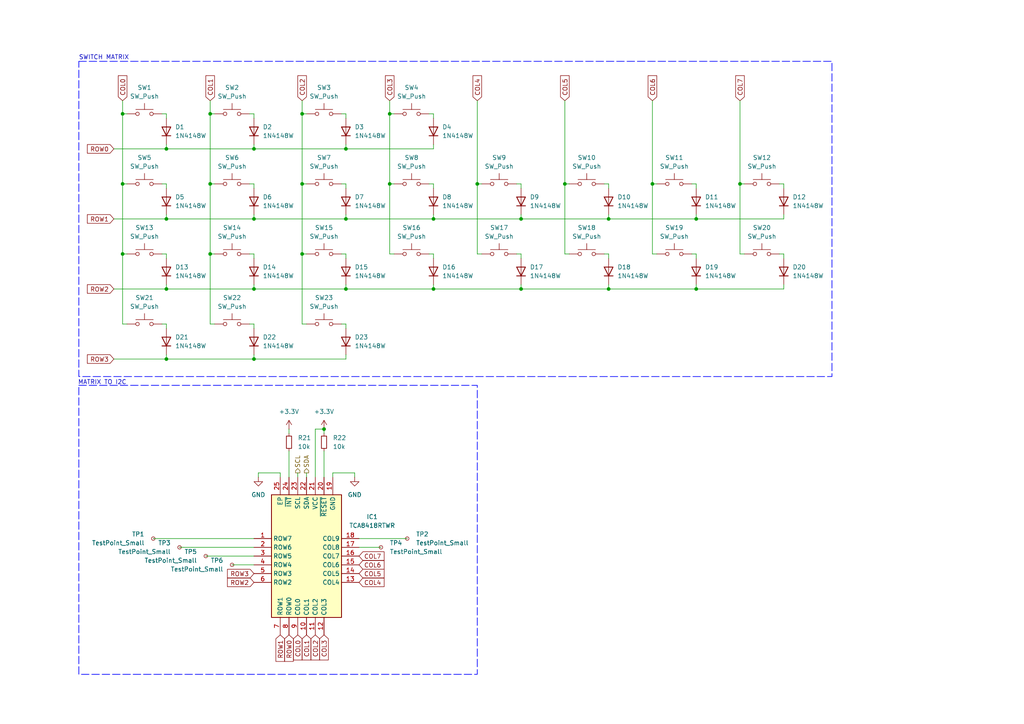
<source format=kicad_sch>
(kicad_sch (version 20231120) (generator "eeschema") (generator_version "8.0")
  (paper "A4")
  (lib_symbols
    (symbol "Connector:TestPoint_Small" (pin_numbers hide) (pin_names (offset 0.762) hide)
      (property "Reference" "TP" (at 0 3.81 0))
      (property "Value" "TestPoint_Small" (at 0 2.032 0))
      (symbol "TestPoint_Small_0_1"
        (circle (center 0 0) (radius 0.508))
      )
      (symbol "TestPoint_Small_1_1"
        (pin passive line (at 0 0 90) (length 0) (name "1") (number "1"))
      )
    )
    (symbol "Device:R_Small" (pin_numbers hide) (pin_names (offset 0.254) hide)
      (property "Reference" "R" (at 0.762 0.508 0))
      (property "Value" "R_Small" (at 0.762 -1.016 0))
      (symbol "R_Small_0_1"
        (rectangle (start -0.762 1.778) (end 0.762 -1.778) (stroke (width 0.2032)))
      )
      (symbol "R_Small_1_1"
        (pin passive line (at 0 2.54 270) (length 0.762) (name "~") (number "1"))
        (pin passive line (at 0 -2.54 90) (length 0.762) (name "~") (number "2"))
      )
    )
    (symbol "Diode:1N4148W" (pin_numbers hide) (pin_names hide)
      (property "Reference" "D" (at 0 2.54 0))
      (property "Value" "1N4148W" (at 0 -2.54 0))
      (symbol "1N4148W_0_1"
        (polyline (pts (xy -1.27 1.27) (xy -1.27 -1.27)) (stroke (width 0.254)))
        (polyline (pts (xy 1.27 0) (xy -1.27 0)))
        (polyline (pts (xy 1.27 1.27) (xy 1.27 -1.27) (xy -1.27 0) (xy 1.27 1.27)) (stroke (width 0.254)))
      )
      (symbol "1N4148W_1_1"
        (pin passive line (at -3.81 0 0) (length 2.54) (name "K") (number "1"))
        (pin passive line (at 3.81 0 180) (length 2.54) (name "A") (number "2"))
      )
    )
    (symbol "Switch:SW_Push" (pin_numbers hide) (pin_names (offset 1.016) hide)
      (property "Reference" "SW" (at 1.27 2.54 0))
      (property "Value" "SW_Push" (at 0 -1.524 0))
      (symbol "SW_Push_0_1"
        (circle (center -2.032 0) (radius 0.508))
        (polyline (pts (xy 0 1.27) (xy 0 3.048)))
        (polyline (pts (xy 2.54 1.27) (xy -2.54 1.27)))
        (circle (center 2.032 0) (radius 0.508))
        (pin passive line (at -5.08 0 0) (length 2.54) (name "1") (number "1"))
        (pin passive line (at 5.08 0 180) (length 2.54) (name "2") (number "2"))
      )
    )
    (symbol "TCA8418RTWR:TCA8418RTWR"
      (property "Reference" "IC" (at 26.67 17.78 0))
      (property "Value" "TCA8418RTWR" (at 26.67 15.24 0))
      (symbol "TCA8418RTWR_1_1"
        (rectangle (start 5.08 12.7) (end 25.4 -22.86) (stroke (width 0.254)) (fill (type background)))
        (pin passive line (at 0 0 0) (length 5.08) (name "ROW7") (number "1"))
        (pin passive line (at 15.24 -27.94 90) (length 5.08) (name "COL1") (number "10"))
        (pin passive line (at 17.78 -27.94 90) (length 5.08) (name "COL2") (number "11"))
        (pin passive line (at 20.32 -27.94 90) (length 5.08) (name "COL3") (number "12"))
        (pin passive line (at 30.48 -12.7 180) (length 5.08) (name "COL4") (number "13"))
        (pin passive line (at 30.48 -10.16 180) (length 5.08) (name "COL5") (number "14"))
        (pin passive line (at 30.48 -7.62 180) (length 5.08) (name "COL6") (number "15"))
        (pin passive line (at 30.48 -5.08 180) (length 5.08) (name "COL7") (number "16"))
        (pin passive line (at 30.48 -2.54 180) (length 5.08) (name "COL8") (number "17"))
        (pin passive line (at 30.48 0 180) (length 5.08) (name "COL9") (number "18"))
        (pin passive line (at 22.86 17.78 270) (length 5.08) (name "GND") (number "19"))
        (pin passive line (at 0 -2.54 0) (length 5.08) (name "ROW6") (number "2"))
        (pin passive line (at 20.32 17.78 270) (length 5.08) (name "~{RESET}") (number "20"))
        (pin passive line (at 17.78 17.78 270) (length 5.08) (name "VCC") (number "21"))
        (pin passive line (at 15.24 17.78 270) (length 5.08) (name "SDA") (number "22"))
        (pin passive line (at 12.7 17.78 270) (length 5.08) (name "SCL") (number "23"))
        (pin passive line (at 10.16 17.78 270) (length 5.08) (name "~{INT}") (number "24"))
        (pin passive line (at 7.62 17.78 270) (length 5.08) (name "EP") (number "25"))
        (pin passive line (at 0 -5.08 0) (length 5.08) (name "ROW5") (number "3"))
        (pin passive line (at 0 -7.62 0) (length 5.08) (name "ROW4") (number "4"))
        (pin passive line (at 0 -10.16 0) (length 5.08) (name "ROW3") (number "5"))
        (pin passive line (at 0 -12.7 0) (length 5.08) (name "ROW2") (number "6"))
        (pin passive line (at 7.62 -27.94 90) (length 5.08) (name "ROW1") (number "7"))
        (pin passive line (at 10.16 -27.94 90) (length 5.08) (name "ROW0") (number "8"))
        (pin passive line (at 12.7 -27.94 90) (length 5.08) (name "COL0") (number "9"))
      )
    )
    (symbol "power:+3.3V" (power) (pin_numbers hide) (pin_names (offset 0) hide)
      (property "Value" "+3.3V" (at 0 3.556 0))
      (symbol "+3.3V_0_1"
        (polyline (pts (xy -0.762 1.27) (xy 0 2.54)))
        (polyline (pts (xy 0 0) (xy 0 2.54)))
        (polyline (pts (xy 0 2.54) (xy 0.762 1.27)))
      )
      (symbol "+3.3V_1_1"
        (pin power_in line (at 0 0 90) (length 0) (name "~") (number "1"))
      )
    )
    (symbol "power:GND" (power) (pin_numbers hide) (pin_names (offset 0) hide)
      (property "Value" "GND" (at 0 -3.81 0))
      (symbol "GND_0_1"
        (polyline (pts (xy 0 0) (xy 0 -1.27) (xy 1.27 -1.27) (xy 0 -2.54) (xy -1.27 -1.27) (xy 0 -1.27)))
      )
      (symbol "GND_1_1"
        (pin power_in line (at 0 0 270) (length 0) (name "~") (number "1"))
      )
    )
  )
  (junction (at 73.66 63.5))
  (junction (at 100.33 63.5))
  (junction (at 60.96 73.66))
  (junction (at 48.26 63.5))
  (junction (at 60.96 53.34))
  (junction (at 214.63 53.34))
  (junction (at 113.03 53.34))
  (junction (at 87.63 73.66))
  (junction (at 201.93 63.5))
  (junction (at 100.33 83.82))
  (junction (at 48.26 43.18))
  (junction (at 201.93 83.82))
  (junction (at 35.56 33.02))
  (junction (at 189.23 53.34))
  (junction (at 73.66 104.14))
  (junction (at 35.56 53.34))
  (junction (at 125.73 63.5))
  (junction (at 35.56 73.66))
  (junction (at 163.83 53.34))
  (junction (at 138.43 53.34))
  (junction (at 151.13 83.82))
  (junction (at 125.73 83.82))
  (junction (at 48.26 83.82))
  (junction (at 73.66 43.18))
  (junction (at 176.53 83.82))
  (junction (at 100.33 43.18))
  (junction (at 87.63 53.34))
  (junction (at 48.26 104.14))
  (junction (at 113.03 33.02))
  (junction (at 151.13 63.5))
  (junction (at 73.66 83.82))
  (junction (at 176.53 63.5))
  (junction (at 87.63 33.02))
  (junction (at 60.96 33.02))
  (junction (at 93.98 124.46))
  (wire (pts (xy 48.26 73.66) (xy 48.26 74.93)))
  (wire (pts (xy 176.53 83.82) (xy 201.93 83.82)))
  (wire (pts (xy 151.13 53.34) (xy 151.13 54.61)))
  (wire (pts (xy 86.36 137.16) (xy 86.36 138.43)))
  (wire (pts (xy 74.93 137.16) (xy 81.28 137.16)))
  (wire (pts (xy 48.26 82.55) (xy 48.26 83.82)))
  (wire (pts (xy 48.26 63.5) (xy 73.66 63.5)))
  (wire (pts (xy 73.66 41.91) (xy 73.66 43.18)))
  (wire (pts (xy 100.33 63.5) (xy 125.73 63.5)))
  (wire (pts (xy 99.06 53.34) (xy 100.33 53.34)))
  (wire (pts (xy 93.98 124.46) (xy 93.98 125.73)))
  (wire (pts (xy 201.93 83.82) (xy 227.33 83.82)))
  (wire (pts (xy 149.86 53.34) (xy 151.13 53.34)))
  (wire (pts (xy 214.63 29.21) (xy 214.63 53.34)))
  (wire (pts (xy 214.63 73.66) (xy 215.9 73.66)))
  (wire (pts (xy 73.66 82.55) (xy 73.66 83.82)))
  (wire (pts (xy 104.14 158.75) (xy 110.49 158.75)))
  (wire (pts (xy 100.33 83.82) (xy 125.73 83.82)))
  (wire (pts (xy 33.02 83.82) (xy 48.26 83.82)))
  (wire (pts (xy 163.83 53.34) (xy 163.83 73.66)))
  (wire (pts (xy 227.33 53.34) (xy 227.33 54.61)))
  (wire (pts (xy 60.96 33.02) (xy 62.23 33.02)))
  (wire (pts (xy 175.26 73.66) (xy 176.53 73.66)))
  (wire (pts (xy 72.39 33.02) (xy 73.66 33.02)))
  (wire (pts (xy 67.31 163.83) (xy 73.66 163.83)))
  (wire (pts (xy 48.26 43.18) (xy 73.66 43.18)))
  (wire (pts (xy 73.66 102.87) (xy 73.66 104.14)))
  (wire (pts (xy 93.98 130.81) (xy 93.98 138.43)))
  (wire (pts (xy 100.33 93.98) (xy 100.33 95.25)))
  (wire (pts (xy 151.13 62.23) (xy 151.13 63.5)))
  (wire (pts (xy 48.26 83.82) (xy 73.66 83.82)))
  (wire (pts (xy 214.63 53.34) (xy 214.63 73.66)))
  (wire (pts (xy 151.13 63.5) (xy 176.53 63.5)))
  (wire (pts (xy 48.26 102.87) (xy 48.26 104.14)))
  (wire (pts (xy 201.93 82.55) (xy 201.93 83.82)))
  (wire (pts (xy 60.96 33.02) (xy 60.96 53.34)))
  (wire (pts (xy 214.63 53.34) (xy 215.9 53.34)))
  (wire (pts (xy 100.33 73.66) (xy 100.33 74.93)))
  (wire (pts (xy 201.93 63.5) (xy 227.33 63.5)))
  (wire (pts (xy 176.53 53.34) (xy 176.53 54.61)))
  (wire (pts (xy 33.02 43.18) (xy 48.26 43.18)))
  (wire (pts (xy 124.46 53.34) (xy 125.73 53.34)))
  (wire (pts (xy 83.82 130.81) (xy 83.82 138.43)))
  (wire (pts (xy 87.63 73.66) (xy 87.63 93.98)))
  (wire (pts (xy 163.83 29.21) (xy 163.83 53.34)))
  (wire (pts (xy 73.66 83.82) (xy 100.33 83.82)))
  (wire (pts (xy 60.96 73.66) (xy 60.96 93.98)))
  (wire (pts (xy 176.53 63.5) (xy 201.93 63.5)))
  (wire (pts (xy 33.02 104.14) (xy 48.26 104.14)))
  (wire (pts (xy 138.43 73.66) (xy 139.7 73.66)))
  (wire (pts (xy 60.96 93.98) (xy 62.23 93.98)))
  (wire (pts (xy 87.63 29.21) (xy 87.63 33.02)))
  (wire (pts (xy 59.69 161.29) (xy 73.66 161.29)))
  (wire (pts (xy 87.63 73.66) (xy 88.9 73.66)))
  (wire (pts (xy 176.53 62.23) (xy 176.53 63.5)))
  (wire (pts (xy 48.26 33.02) (xy 48.26 34.29)))
  (wire (pts (xy 100.33 82.55) (xy 100.33 83.82)))
  (wire (pts (xy 163.83 73.66) (xy 165.1 73.66)))
  (wire (pts (xy 138.43 53.34) (xy 138.43 73.66)))
  (wire (pts (xy 73.66 93.98) (xy 73.66 95.25)))
  (wire (pts (xy 60.96 53.34) (xy 62.23 53.34)))
  (wire (pts (xy 102.87 137.16) (xy 102.87 138.43)))
  (wire (pts (xy 189.23 73.66) (xy 190.5 73.66)))
  (wire (pts (xy 48.26 62.23) (xy 48.26 63.5)))
  (wire (pts (xy 33.02 63.5) (xy 48.26 63.5)))
  (wire (pts (xy 176.53 73.66) (xy 176.53 74.93)))
  (wire (pts (xy 48.26 93.98) (xy 48.26 95.25)))
  (wire (pts (xy 73.66 73.66) (xy 73.66 74.93)))
  (wire (pts (xy 73.66 33.02) (xy 73.66 34.29)))
  (wire (pts (xy 35.56 29.21) (xy 35.56 33.02)))
  (wire (pts (xy 72.39 53.34) (xy 73.66 53.34)))
  (wire (pts (xy 151.13 82.55) (xy 151.13 83.82)))
  (wire (pts (xy 73.66 62.23) (xy 73.66 63.5)))
  (wire (pts (xy 189.23 53.34) (xy 189.23 73.66)))
  (wire (pts (xy 100.33 33.02) (xy 100.33 34.29)))
  (wire (pts (xy 189.23 53.34) (xy 190.5 53.34)))
  (wire (pts (xy 201.93 73.66) (xy 201.93 74.93)))
  (wire (pts (xy 149.86 73.66) (xy 151.13 73.66)))
  (wire (pts (xy 201.93 62.23) (xy 201.93 63.5)))
  (wire (pts (xy 125.73 62.23) (xy 125.73 63.5)))
  (wire (pts (xy 46.99 53.34) (xy 48.26 53.34)))
  (wire (pts (xy 96.52 137.16) (xy 102.87 137.16)))
  (wire (pts (xy 125.73 33.02) (xy 125.73 34.29)))
  (wire (pts (xy 100.33 43.18) (xy 125.73 43.18)))
  (wire (pts (xy 100.33 53.34) (xy 100.33 54.61)))
  (wire (pts (xy 88.9 137.16) (xy 88.9 138.43)))
  (wire (pts (xy 138.43 53.34) (xy 139.7 53.34)))
  (wire (pts (xy 113.03 53.34) (xy 114.3 53.34)))
  (wire (pts (xy 35.56 73.66) (xy 35.56 93.98)))
  (wire (pts (xy 48.26 53.34) (xy 48.26 54.61)))
  (wire (pts (xy 176.53 82.55) (xy 176.53 83.82)))
  (wire (pts (xy 125.73 63.5) (xy 151.13 63.5)))
  (wire (pts (xy 113.03 33.02) (xy 114.3 33.02)))
  (wire (pts (xy 73.66 104.14) (xy 100.33 104.14)))
  (wire (pts (xy 46.99 93.98) (xy 48.26 93.98)))
  (wire (pts (xy 125.73 43.18) (xy 125.73 41.91)))
  (wire (pts (xy 125.73 73.66) (xy 125.73 74.93)))
  (wire (pts (xy 138.43 29.21) (xy 138.43 53.34)))
  (wire (pts (xy 125.73 53.34) (xy 125.73 54.61)))
  (wire (pts (xy 87.63 33.02) (xy 88.9 33.02)))
  (wire (pts (xy 200.66 53.34) (xy 201.93 53.34)))
  (wire (pts (xy 35.56 33.02) (xy 36.83 33.02)))
  (wire (pts (xy 91.44 124.46) (xy 93.98 124.46)))
  (wire (pts (xy 227.33 83.82) (xy 227.33 82.55)))
  (wire (pts (xy 175.26 53.34) (xy 176.53 53.34)))
  (wire (pts (xy 151.13 83.82) (xy 176.53 83.82)))
  (wire (pts (xy 91.44 138.43) (xy 91.44 124.46)))
  (wire (pts (xy 44.45 156.21) (xy 73.66 156.21)))
  (wire (pts (xy 87.63 93.98) (xy 88.9 93.98)))
  (wire (pts (xy 96.52 138.43) (xy 96.52 137.16)))
  (wire (pts (xy 87.63 33.02) (xy 87.63 53.34)))
  (wire (pts (xy 87.63 53.34) (xy 87.63 73.66)))
  (wire (pts (xy 72.39 93.98) (xy 73.66 93.98)))
  (wire (pts (xy 189.23 29.21) (xy 189.23 53.34)))
  (wire (pts (xy 99.06 93.98) (xy 100.33 93.98)))
  (wire (pts (xy 72.39 73.66) (xy 73.66 73.66)))
  (wire (pts (xy 35.56 53.34) (xy 36.83 53.34)))
  (wire (pts (xy 73.66 53.34) (xy 73.66 54.61)))
  (wire (pts (xy 151.13 73.66) (xy 151.13 74.93)))
  (wire (pts (xy 227.33 63.5) (xy 227.33 62.23)))
  (wire (pts (xy 52.07 158.75) (xy 73.66 158.75)))
  (wire (pts (xy 83.82 124.46) (xy 83.82 125.73)))
  (wire (pts (xy 46.99 73.66) (xy 48.26 73.66)))
  (wire (pts (xy 60.96 73.66) (xy 62.23 73.66)))
  (wire (pts (xy 100.33 62.23) (xy 100.33 63.5)))
  (wire (pts (xy 60.96 29.21) (xy 60.96 33.02)))
  (wire (pts (xy 124.46 33.02) (xy 125.73 33.02)))
  (wire (pts (xy 35.56 93.98) (xy 36.83 93.98)))
  (wire (pts (xy 200.66 73.66) (xy 201.93 73.66)))
  (wire (pts (xy 201.93 53.34) (xy 201.93 54.61)))
  (wire (pts (xy 46.99 33.02) (xy 48.26 33.02)))
  (wire (pts (xy 35.56 33.02) (xy 35.56 53.34)))
  (wire (pts (xy 35.56 53.34) (xy 35.56 73.66)))
  (wire (pts (xy 163.83 53.34) (xy 165.1 53.34)))
  (wire (pts (xy 73.66 63.5) (xy 100.33 63.5)))
  (wire (pts (xy 73.66 43.18) (xy 100.33 43.18)))
  (wire (pts (xy 99.06 33.02) (xy 100.33 33.02)))
  (wire (pts (xy 81.28 137.16) (xy 81.28 138.43)))
  (wire (pts (xy 48.26 104.14) (xy 73.66 104.14)))
  (wire (pts (xy 48.26 41.91) (xy 48.26 43.18)))
  (wire (pts (xy 74.93 138.43) (xy 74.93 137.16)))
  (wire (pts (xy 227.33 73.66) (xy 227.33 74.93)))
  (wire (pts (xy 113.03 33.02) (xy 113.03 53.34)))
  (wire (pts (xy 125.73 82.55) (xy 125.73 83.82)))
  (wire (pts (xy 99.06 73.66) (xy 100.33 73.66)))
  (wire (pts (xy 60.96 53.34) (xy 60.96 73.66)))
  (wire (pts (xy 87.63 53.34) (xy 88.9 53.34)))
  (wire (pts (xy 113.03 73.66) (xy 114.3 73.66)))
  (wire (pts (xy 104.14 156.21) (xy 118.11 156.21)))
  (wire (pts (xy 125.73 83.82) (xy 151.13 83.82)))
  (wire (pts (xy 124.46 73.66) (xy 125.73 73.66)))
  (wire (pts (xy 226.06 53.34) (xy 227.33 53.34)))
  (wire (pts (xy 113.03 29.21) (xy 113.03 33.02)))
  (wire (pts (xy 113.03 53.34) (xy 113.03 73.66)))
  (wire (pts (xy 35.56 73.66) (xy 36.83 73.66)))
  (wire (pts (xy 100.33 41.91) (xy 100.33 43.18)))
  (wire (pts (xy 100.33 102.87) (xy 100.33 104.14)))
  (wire (pts (xy 226.06 73.66) (xy 227.33 73.66)))
  (rectangle (start 22.86 17.78) (end 241.3 109.22) (stroke (width 0.2) (type dash) (color 0 0 255 1)))
  (rectangle (start 22.86 111.76) (end 138.43 195.58) (stroke (width 0.2) (type dash) (color 0 0 255 1)))
  (text "SWITCH MATRIX" (at 22.86 16.764 0) (effects (font (size 1.27 1.27)) (justify left)))
  (text "MATRIX TO I2C" (at 22.606 110.998 0) (effects (font (size 1.27 1.27)) (justify left)))
  (global_label "COL1" (shape input) (at 60.96 29.21 90) (property "Intersheetrefs" "${INTERSHEET_REFS}" (effects (hide yes))))
  (global_label "ROW2" (shape input) (at 33.02 83.82 180) (property "Intersheetrefs" "${INTERSHEET_REFS}" (effects (hide yes))))
  (global_label "COL6" (shape input) (at 189.23 29.21 90) (property "Intersheetrefs" "${INTERSHEET_REFS}" (effects (hide yes))))
  (global_label "ROW3" (shape input) (at 73.66 166.37 180) (property "Intersheetrefs" "${INTERSHEET_REFS}" (effects (hide yes))))
  (global_label "ROW0" (shape input) (at 33.02 43.18 180) (property "Intersheetrefs" "${INTERSHEET_REFS}" (effects (hide yes))))
  (global_label "COL4" (shape input) (at 104.14 168.91 0) (property "Intersheetrefs" "${INTERSHEET_REFS}" (effects (hide yes))))
  (global_label "COL0" (shape input) (at 86.36 184.15 270) (property "Intersheetrefs" "${INTERSHEET_REFS}" (effects (hide yes))))
  (global_label "ROW0" (shape input) (at 83.82 184.15 270) (property "Intersheetrefs" "${INTERSHEET_REFS}" (effects (hide yes))))
  (global_label "COL5" (shape input) (at 104.14 166.37 0) (property "Intersheetrefs" "${INTERSHEET_REFS}" (effects (hide yes))))
  (global_label "COL5" (shape input) (at 163.83 29.21 90) (property "Intersheetrefs" "${INTERSHEET_REFS}" (effects (hide yes))))
  (global_label "COL3" (shape input) (at 113.03 29.21 90) (property "Intersheetrefs" "${INTERSHEET_REFS}" (effects (hide yes))))
  (global_label "ROW3" (shape input) (at 33.02 104.14 180) (property "Intersheetrefs" "${INTERSHEET_REFS}" (effects (hide yes))))
  (global_label "COL4" (shape input) (at 138.43 29.21 90) (property "Intersheetrefs" "${INTERSHEET_REFS}" (effects (hide yes))))
  (global_label "COL7" (shape input) (at 104.14 161.29 0) (property "Intersheetrefs" "${INTERSHEET_REFS}" (effects (hide yes))))
  (global_label "ROW1" (shape input) (at 81.28 184.15 270) (property "Intersheetrefs" "${INTERSHEET_REFS}" (effects (hide yes))))
  (global_label "COL1" (shape input) (at 88.9 184.15 270) (property "Intersheetrefs" "${INTERSHEET_REFS}" (effects (hide yes))))
  (global_label "COL2" (shape input) (at 87.63 29.21 90) (property "Intersheetrefs" "${INTERSHEET_REFS}" (effects (hide yes))))
  (global_label "COL2" (shape input) (at 91.44 184.15 270) (property "Intersheetrefs" "${INTERSHEET_REFS}" (effects (hide yes))))
  (global_label "COL0" (shape input) (at 35.56 29.21 90) (property "Intersheetrefs" "${INTERSHEET_REFS}" (effects (hide yes))))
  (global_label "ROW1" (shape input) (at 33.02 63.5 180) (property "Intersheetrefs" "${INTERSHEET_REFS}" (effects (hide yes))))
  (global_label "ROW2" (shape input) (at 73.66 168.91 180) (property "Intersheetrefs" "${INTERSHEET_REFS}" (effects (hide yes))))
  (global_label "COL6" (shape input) (at 104.14 163.83 0) (property "Intersheetrefs" "${INTERSHEET_REFS}" (effects (hide yes))))
  (global_label "COL3" (shape input) (at 93.98 184.15 270) (property "Intersheetrefs" "${INTERSHEET_REFS}" (effects (hide yes))))
  (global_label "COL7" (shape input) (at 214.63 29.21 90) (property "Intersheetrefs" "${INTERSHEET_REFS}" (effects (hide yes))))
  (hierarchical_label "SCL" (shape output) (at 86.36 137.16 90))
  (hierarchical_label "SDA" (shape output) (at 88.9 137.16 90))
  (symbol (lib_id "Switch:SW_Push") (at 41.91 93.98 0) (unit 1)
    (property "Reference" "SW21" (at 41.91 86.36 0))
    (property "Value" "SW_Push" (at 41.91 88.9 0))
    (property "Footprint" "PCM_Switch_Keyboard_Cherry_MX:SW_Cherry_MX_PCB_2.00u" (effects (hide yes)))
    (property "Description" "Push button switch, generic, two pins" (effects (hide yes)))
  )
  (symbol (lib_id "Diode:1N4148W") (at 100.33 78.74 90) (unit 1)
    (property "Reference" "D15" (at 102.87 77.4699 90) (effects (justify right)))
    (property "Value" "1N4148W" (at 102.87 80.0099 90) (effects (justify right)))
    (property "Footprint" "Diode_SMD:D_SOD-323_HandSoldering" (effects (hide yes)))
    (property "Datasheet" "https://www.vishay.com/docs/85748/1n4148w.pdf" (effects (hide yes)))
    (property "Description" "75V 0.15A Fast Switching Diode, SOD-123" (effects (hide yes)))
    (property "Sim.Device" "D" (effects (hide yes)))
    (property "Sim.Pins" "1=K 2=A" (effects (hide yes)))
  )
  (symbol (lib_id "Diode:1N4148W") (at 73.66 78.74 90) (unit 1)
    (property "Reference" "D14" (at 76.2 77.4699 90) (effects (justify right)))
    (property "Value" "1N4148W" (at 76.2 80.0099 90) (effects (justify right)))
    (property "Footprint" "Diode_SMD:D_SOD-323_HandSoldering" (effects (hide yes)))
    (property "Datasheet" "https://www.vishay.com/docs/85748/1n4148w.pdf" (effects (hide yes)))
    (property "Description" "75V 0.15A Fast Switching Diode, SOD-123" (effects (hide yes)))
    (property "Sim.Device" "D" (effects (hide yes)))
    (property "Sim.Pins" "1=K 2=A" (effects (hide yes)))
  )
  (symbol (lib_id "Switch:SW_Push") (at 119.38 73.66 0) (unit 1)
    (property "Reference" "SW16" (at 119.38 66.04 0))
    (property "Value" "SW_Push" (at 119.38 68.58 0))
    (property "Footprint" "PCM_Switch_Keyboard_Cherry_MX:SW_Cherry_MX_PCB_1.00u" (effects (hide yes)))
    (property "Description" "Push button switch, generic, two pins" (effects (hide yes)))
  )
  (symbol (lib_id "Switch:SW_Push") (at 41.91 33.02 0) (unit 1)
    (property "Reference" "SW1" (at 41.91 25.4 0))
    (property "Value" "SW_Push" (at 41.91 27.94 0))
    (property "Footprint" "PCM_Switch_Keyboard_Cherry_MX:SW_Cherry_MX_PCB_1.00u" (effects (hide yes)))
    (property "Description" "Push button switch, generic, two pins" (effects (hide yes)))
  )
  (symbol (lib_id "Switch:SW_Push") (at 41.91 53.34 0) (unit 1)
    (property "Reference" "SW5" (at 41.91 45.72 0))
    (property "Value" "SW_Push" (at 41.91 48.26 0))
    (property "Footprint" "PCM_Switch_Keyboard_Cherry_MX:SW_Cherry_MX_PCB_1.00u" (effects (hide yes)))
    (property "Description" "Push button switch, generic, two pins" (effects (hide yes)))
  )
  (symbol (lib_id "Switch:SW_Push") (at 220.98 73.66 0) (unit 1)
    (property "Reference" "SW20" (at 220.98 66.04 0))
    (property "Value" "SW_Push" (at 220.98 68.58 0))
    (property "Footprint" "PCM_Switch_Keyboard_Cherry_MX:SW_Cherry_MX_PCB_1.00u" (effects (hide yes)))
    (property "Description" "Push button switch, generic, two pins" (effects (hide yes)))
  )
  (symbol (lib_id "Diode:1N4148W") (at 201.93 78.74 90) (unit 1)
    (property "Reference" "D19" (at 204.47 77.4699 90) (effects (justify right)))
    (property "Value" "1N4148W" (at 204.47 80.0099 90) (effects (justify right)))
    (property "Footprint" "Diode_SMD:D_SOD-323_HandSoldering" (effects (hide yes)))
    (property "Datasheet" "https://www.vishay.com/docs/85748/1n4148w.pdf" (effects (hide yes)))
    (property "Description" "75V 0.15A Fast Switching Diode, SOD-123" (effects (hide yes)))
    (property "Sim.Device" "D" (effects (hide yes)))
    (property "Sim.Pins" "1=K 2=A" (effects (hide yes)))
  )
  (symbol (lib_id "Switch:SW_Push") (at 119.38 53.34 0) (unit 1)
    (property "Reference" "SW8" (at 119.38 45.72 0))
    (property "Value" "SW_Push" (at 119.38 48.26 0))
    (property "Footprint" "PCM_Switch_Keyboard_Cherry_MX:SW_Cherry_MX_PCB_1.00u" (effects (hide yes)))
    (property "Description" "Push button switch, generic, two pins" (effects (hide yes)))
  )
  (symbol (lib_id "Diode:1N4148W") (at 125.73 58.42 90) (unit 1)
    (property "Reference" "D8" (at 128.27 57.1499 90) (effects (justify right)))
    (property "Value" "1N4148W" (at 128.27 59.6899 90) (effects (justify right)))
    (property "Footprint" "Diode_SMD:D_SOD-323_HandSoldering" (effects (hide yes)))
    (property "Datasheet" "https://www.vishay.com/docs/85748/1n4148w.pdf" (effects (hide yes)))
    (property "Description" "75V 0.15A Fast Switching Diode, SOD-123" (effects (hide yes)))
    (property "Sim.Device" "D" (effects (hide yes)))
    (property "Sim.Pins" "1=K 2=A" (effects (hide yes)))
  )
  (symbol (lib_id "power:GND") (at 74.93 138.43 0) (unit 1)
    (property "Reference" "#PWR091" (effects (hide yes)))
    (property "Value" "GND" (at 74.93 143.51 0))
    (property "Description" "Power symbol creates a global label with name \"GND\" , ground" (effects (hide yes)))
  )
  (symbol (lib_id "power:+3.3V") (at 83.82 124.46 0) (unit 1)
    (property "Reference" "#PWR089" (effects (hide yes)))
    (property "Value" "+3.3V" (at 83.82 119.38 0))
    (property "Description" "Power symbol creates a global label with name \"+3.3V\"" (effects (hide yes)))
  )
  (symbol (lib_id "Diode:1N4148W") (at 48.26 38.1 90) (unit 1)
    (property "Reference" "D1" (at 50.8 36.8299 90) (effects (justify right)))
    (property "Value" "1N4148W" (at 50.8 39.3699 90) (effects (justify right)))
    (property "Footprint" "Diode_SMD:D_SOD-323_HandSoldering" (effects (hide yes)))
    (property "Datasheet" "https://www.vishay.com/docs/85748/1n4148w.pdf" (effects (hide yes)))
    (property "Description" "75V 0.15A Fast Switching Diode, SOD-123" (effects (hide yes)))
    (property "Sim.Device" "D" (effects (hide yes)))
    (property "Sim.Pins" "1=K 2=A" (effects (hide yes)))
  )
  (symbol (lib_id "Switch:SW_Push") (at 119.38 33.02 0) (unit 1)
    (property "Reference" "SW4" (at 119.38 25.4 0))
    (property "Value" "SW_Push" (at 119.38 27.94 0))
    (property "Footprint" "PCM_Switch_Keyboard_Cherry_MX:SW_Cherry_MX_PCB_1.00u" (effects (hide yes)))
    (property "Description" "Push button switch, generic, two pins" (effects (hide yes)))
  )
  (symbol (lib_id "Diode:1N4148W") (at 201.93 58.42 90) (unit 1)
    (property "Reference" "D11" (at 204.47 57.1499 90) (effects (justify right)))
    (property "Value" "1N4148W" (at 204.47 59.6899 90) (effects (justify right)))
    (property "Footprint" "Diode_SMD:D_SOD-323_HandSoldering" (effects (hide yes)))
    (property "Datasheet" "https://www.vishay.com/docs/85748/1n4148w.pdf" (effects (hide yes)))
    (property "Description" "75V 0.15A Fast Switching Diode, SOD-123" (effects (hide yes)))
    (property "Sim.Device" "D" (effects (hide yes)))
    (property "Sim.Pins" "1=K 2=A" (effects (hide yes)))
  )
  (symbol (lib_id "power:+3.3V") (at 93.98 124.46 0) (unit 1)
    (property "Reference" "#PWR090" (effects (hide yes)))
    (property "Value" "+3.3V" (at 93.98 119.38 0))
    (property "Description" "Power symbol creates a global label with name \"+3.3V\"" (effects (hide yes)))
  )
  (symbol (lib_id "Diode:1N4148W") (at 227.33 58.42 90) (unit 1)
    (property "Reference" "D12" (at 229.87 57.1499 90) (effects (justify right)))
    (property "Value" "1N4148W" (at 229.87 59.6899 90) (effects (justify right)))
    (property "Footprint" "Diode_SMD:D_SOD-323_HandSoldering" (effects (hide yes)))
    (property "Datasheet" "https://www.vishay.com/docs/85748/1n4148w.pdf" (effects (hide yes)))
    (property "Description" "75V 0.15A Fast Switching Diode, SOD-123" (effects (hide yes)))
    (property "Sim.Device" "D" (effects (hide yes)))
    (property "Sim.Pins" "1=K 2=A" (effects (hide yes)))
  )
  (symbol (lib_id "Switch:SW_Push") (at 67.31 33.02 0) (unit 1)
    (property "Reference" "SW2" (at 67.31 25.4 0))
    (property "Value" "SW_Push" (at 67.31 27.94 0))
    (property "Footprint" "PCM_Switch_Keyboard_Cherry_MX:SW_Cherry_MX_PCB_1.00u" (effects (hide yes)))
    (property "Description" "Push button switch, generic, two pins" (effects (hide yes)))
  )
  (symbol (lib_id "Switch:SW_Push") (at 93.98 33.02 0) (unit 1)
    (property "Reference" "SW3" (at 93.98 25.4 0))
    (property "Value" "SW_Push" (at 93.98 27.94 0))
    (property "Footprint" "PCM_Switch_Keyboard_Cherry_MX:SW_Cherry_MX_PCB_1.00u" (effects (hide yes)))
    (property "Description" "Push button switch, generic, two pins" (effects (hide yes)))
  )
  (symbol (lib_id "power:GND") (at 102.87 138.43 0) (unit 1)
    (property "Reference" "#PWR092" (effects (hide yes)))
    (property "Value" "GND" (at 102.87 143.51 0))
    (property "Description" "Power symbol creates a global label with name \"GND\" , ground" (effects (hide yes)))
  )
  (symbol (lib_id "Diode:1N4148W") (at 176.53 78.74 90) (unit 1)
    (property "Reference" "D18" (at 179.07 77.4699 90) (effects (justify right)))
    (property "Value" "1N4148W" (at 179.07 80.0099 90) (effects (justify right)))
    (property "Footprint" "Diode_SMD:D_SOD-323_HandSoldering" (effects (hide yes)))
    (property "Datasheet" "https://www.vishay.com/docs/85748/1n4148w.pdf" (effects (hide yes)))
    (property "Description" "75V 0.15A Fast Switching Diode, SOD-123" (effects (hide yes)))
    (property "Sim.Device" "D" (effects (hide yes)))
    (property "Sim.Pins" "1=K 2=A" (effects (hide yes)))
  )
  (symbol (lib_id "Switch:SW_Push") (at 67.31 73.66 0) (unit 1)
    (property "Reference" "SW14" (at 67.31 66.04 0))
    (property "Value" "SW_Push" (at 67.31 68.58 0))
    (property "Footprint" "PCM_Switch_Keyboard_Cherry_MX:SW_Cherry_MX_PCB_1.00u" (effects (hide yes)))
    (property "Description" "Push button switch, generic, two pins" (effects (hide yes)))
  )
  (symbol (lib_id "Diode:1N4148W") (at 100.33 38.1 90) (unit 1)
    (property "Reference" "D3" (at 102.87 36.8299 90) (effects (justify right)))
    (property "Value" "1N4148W" (at 102.87 39.3699 90) (effects (justify right)))
    (property "Footprint" "Diode_SMD:D_SOD-323_HandSoldering" (effects (hide yes)))
    (property "Datasheet" "https://www.vishay.com/docs/85748/1n4148w.pdf" (effects (hide yes)))
    (property "Description" "75V 0.15A Fast Switching Diode, SOD-123" (effects (hide yes)))
    (property "Sim.Device" "D" (effects (hide yes)))
    (property "Sim.Pins" "1=K 2=A" (effects (hide yes)))
  )
  (symbol (lib_id "Diode:1N4148W") (at 73.66 99.06 90) (unit 1)
    (property "Reference" "D22" (at 76.2 97.7899 90) (effects (justify right)))
    (property "Value" "1N4148W" (at 76.2 100.3299 90) (effects (justify right)))
    (property "Footprint" "Diode_SMD:D_SOD-323_HandSoldering" (effects (hide yes)))
    (property "Datasheet" "https://www.vishay.com/docs/85748/1n4148w.pdf" (effects (hide yes)))
    (property "Description" "75V 0.15A Fast Switching Diode, SOD-123" (effects (hide yes)))
    (property "Sim.Device" "D" (effects (hide yes)))
    (property "Sim.Pins" "1=K 2=A" (effects (hide yes)))
  )
  (symbol (lib_id "Connector:TestPoint_Small") (at 67.31 163.83 0) (mirror y) (unit 1)
    (property "Reference" "TP6" (at 64.77 162.5599 0) (effects (justify left)))
    (property "Value" "TestPoint_Small" (at 64.77 165.0999 0) (effects (justify left)))
    (property "Footprint" "TestPoint:TestPoint_Pad_D1.0mm" (effects (hide yes)))
    (property "Description" "test point" (effects (hide yes)))
  )
  (symbol (lib_id "Diode:1N4148W") (at 125.73 38.1 90) (unit 1)
    (property "Reference" "D4" (at 128.27 36.8299 90) (effects (justify right)))
    (property "Value" "1N4148W" (at 128.27 39.3699 90) (effects (justify right)))
    (property "Footprint" "Diode_SMD:D_SOD-323_HandSoldering" (effects (hide yes)))
    (property "Datasheet" "https://www.vishay.com/docs/85748/1n4148w.pdf" (effects (hide yes)))
    (property "Description" "75V 0.15A Fast Switching Diode, SOD-123" (effects (hide yes)))
    (property "Sim.Device" "D" (effects (hide yes)))
    (property "Sim.Pins" "1=K 2=A" (effects (hide yes)))
  )
  (symbol (lib_id "Diode:1N4148W") (at 125.73 78.74 90) (unit 1)
    (property "Reference" "D16" (at 128.27 77.4699 90) (effects (justify right)))
    (property "Value" "1N4148W" (at 128.27 80.0099 90) (effects (justify right)))
    (property "Footprint" "Diode_SMD:D_SOD-323_HandSoldering" (effects (hide yes)))
    (property "Datasheet" "https://www.vishay.com/docs/85748/1n4148w.pdf" (effects (hide yes)))
    (property "Description" "75V 0.15A Fast Switching Diode, SOD-123" (effects (hide yes)))
    (property "Sim.Device" "D" (effects (hide yes)))
    (property "Sim.Pins" "1=K 2=A" (effects (hide yes)))
  )
  (symbol (lib_id "Device:R_Small") (at 83.82 128.27 0) (unit 1)
    (property "Reference" "R21" (at 86.36 126.9999 0) (effects (justify left)))
    (property "Value" "10k" (at 86.36 129.5399 0) (effects (justify left)))
    (property "Footprint" "Resistor_SMD:R_0603_1608Metric_Pad0.98x0.95mm_HandSolder" (effects (hide yes)))
    (property "Description" "Resistor, small symbol" (effects (hide yes)))
  )
  (symbol (lib_id "Diode:1N4148W") (at 73.66 38.1 90) (unit 1)
    (property "Reference" "D2" (at 76.2 36.8299 90) (effects (justify right)))
    (property "Value" "1N4148W" (at 76.2 39.3699 90) (effects (justify right)))
    (property "Footprint" "Diode_SMD:D_SOD-323_HandSoldering" (effects (hide yes)))
    (property "Datasheet" "https://www.vishay.com/docs/85748/1n4148w.pdf" (effects (hide yes)))
    (property "Description" "75V 0.15A Fast Switching Diode, SOD-123" (effects (hide yes)))
    (property "Sim.Device" "D" (effects (hide yes)))
    (property "Sim.Pins" "1=K 2=A" (effects (hide yes)))
  )
  (symbol (lib_id "Diode:1N4148W") (at 73.66 58.42 90) (unit 1)
    (property "Reference" "D6" (at 76.2 57.1499 90) (effects (justify right)))
    (property "Value" "1N4148W" (at 76.2 59.6899 90) (effects (justify right)))
    (property "Footprint" "Diode_SMD:D_SOD-323_HandSoldering" (effects (hide yes)))
    (property "Datasheet" "https://www.vishay.com/docs/85748/1n4148w.pdf" (effects (hide yes)))
    (property "Description" "75V 0.15A Fast Switching Diode, SOD-123" (effects (hide yes)))
    (property "Sim.Device" "D" (effects (hide yes)))
    (property "Sim.Pins" "1=K 2=A" (effects (hide yes)))
  )
  (symbol (lib_id "Switch:SW_Push") (at 144.78 73.66 0) (unit 1)
    (property "Reference" "SW17" (at 144.78 66.04 0))
    (property "Value" "SW_Push" (at 144.78 68.58 0))
    (property "Footprint" "PCM_Switch_Keyboard_Cherry_MX:SW_Cherry_MX_PCB_1.00u" (effects (hide yes)))
    (property "Description" "Push button switch, generic, two pins" (effects (hide yes)))
  )
  (symbol (lib_id "Switch:SW_Push") (at 93.98 73.66 0) (unit 1)
    (property "Reference" "SW15" (at 93.98 66.04 0))
    (property "Value" "SW_Push" (at 93.98 68.58 0))
    (property "Footprint" "PCM_Switch_Keyboard_Cherry_MX:SW_Cherry_MX_PCB_1.00u" (effects (hide yes)))
    (property "Description" "Push button switch, generic, two pins" (effects (hide yes)))
  )
  (symbol (lib_id "Switch:SW_Push") (at 144.78 53.34 0) (unit 1)
    (property "Reference" "SW9" (at 144.78 45.72 0))
    (property "Value" "SW_Push" (at 144.78 48.26 0))
    (property "Footprint" "PCM_Switch_Keyboard_Cherry_MX:SW_Cherry_MX_PCB_1.00u" (effects (hide yes)))
    (property "Description" "Push button switch, generic, two pins" (effects (hide yes)))
  )
  (symbol (lib_id "Diode:1N4148W") (at 48.26 58.42 90) (unit 1)
    (property "Reference" "D5" (at 50.8 57.1499 90) (effects (justify right)))
    (property "Value" "1N4148W" (at 50.8 59.6899 90) (effects (justify right)))
    (property "Footprint" "Diode_SMD:D_SOD-323_HandSoldering" (effects (hide yes)))
    (property "Datasheet" "https://www.vishay.com/docs/85748/1n4148w.pdf" (effects (hide yes)))
    (property "Description" "75V 0.15A Fast Switching Diode, SOD-123" (effects (hide yes)))
    (property "Sim.Device" "D" (effects (hide yes)))
    (property "Sim.Pins" "1=K 2=A" (effects (hide yes)))
  )
  (symbol (lib_id "Switch:SW_Push") (at 220.98 53.34 0) (unit 1)
    (property "Reference" "SW12" (at 220.98 45.72 0))
    (property "Value" "SW_Push" (at 220.98 48.26 0))
    (property "Footprint" "PCM_Switch_Keyboard_Cherry_MX:SW_Cherry_MX_PCB_1.00u" (effects (hide yes)))
    (property "Description" "Push button switch, generic, two pins" (effects (hide yes)))
  )
  (symbol (lib_id "Switch:SW_Push") (at 93.98 93.98 0) (unit 1)
    (property "Reference" "SW23" (at 93.98 86.36 0))
    (property "Value" "SW_Push" (at 93.98 88.9 0))
    (property "Footprint" "PCM_Switch_Keyboard_Cherry_MX:SW_Cherry_MX_PCB_1.00u" (effects (hide yes)))
    (property "Description" "Push button switch, generic, two pins" (effects (hide yes)))
  )
  (symbol (lib_id "Connector:TestPoint_Small") (at 110.49 158.75 0) (unit 1)
    (property "Reference" "TP4" (at 113.03 157.4799 0) (effects (justify left)))
    (property "Value" "TestPoint_Small" (at 113.03 160.0199 0) (effects (justify left)))
    (property "Footprint" "TestPoint:TestPoint_Pad_D1.0mm" (effects (hide yes)))
    (property "Description" "test point" (effects (hide yes)))
  )
  (symbol (lib_id "Connector:TestPoint_Small") (at 59.69 161.29 0) (mirror y) (unit 1)
    (property "Reference" "TP5" (at 57.15 160.0199 0) (effects (justify left)))
    (property "Value" "TestPoint_Small" (at 57.15 162.5599 0) (effects (justify left)))
    (property "Footprint" "TestPoint:TestPoint_Pad_D1.0mm" (effects (hide yes)))
    (property "Description" "test point" (effects (hide yes)))
  )
  (symbol (lib_id "Switch:SW_Push") (at 195.58 73.66 0) (unit 1)
    (property "Reference" "SW19" (at 195.58 66.04 0))
    (property "Value" "SW_Push" (at 195.58 68.58 0))
    (property "Footprint" "PCM_Switch_Keyboard_Cherry_MX:SW_Cherry_MX_PCB_1.00u" (effects (hide yes)))
    (property "Description" "Push button switch, generic, two pins" (effects (hide yes)))
  )
  (symbol (lib_id "Diode:1N4148W") (at 100.33 58.42 90) (unit 1)
    (property "Reference" "D7" (at 102.87 57.1499 90) (effects (justify right)))
    (property "Value" "1N4148W" (at 102.87 59.6899 90) (effects (justify right)))
    (property "Footprint" "Diode_SMD:D_SOD-323_HandSoldering" (effects (hide yes)))
    (property "Datasheet" "https://www.vishay.com/docs/85748/1n4148w.pdf" (effects (hide yes)))
    (property "Description" "75V 0.15A Fast Switching Diode, SOD-123" (effects (hide yes)))
    (property "Sim.Device" "D" (effects (hide yes)))
    (property "Sim.Pins" "1=K 2=A" (effects (hide yes)))
  )
  (symbol (lib_id "Switch:SW_Push") (at 170.18 53.34 0) (unit 1)
    (property "Reference" "SW10" (at 170.18 45.72 0))
    (property "Value" "SW_Push" (at 170.18 48.26 0))
    (property "Footprint" "PCM_Switch_Keyboard_Cherry_MX:SW_Cherry_MX_PCB_1.00u" (effects (hide yes)))
    (property "Description" "Push button switch, generic, two pins" (effects (hide yes)))
  )
  (symbol (lib_id "Diode:1N4148W") (at 151.13 78.74 90) (unit 1)
    (property "Reference" "D17" (at 153.67 77.4699 90) (effects (justify right)))
    (property "Value" "1N4148W" (at 153.67 80.0099 90) (effects (justify right)))
    (property "Footprint" "Diode_SMD:D_SOD-323_HandSoldering" (effects (hide yes)))
    (property "Datasheet" "https://www.vishay.com/docs/85748/1n4148w.pdf" (effects (hide yes)))
    (property "Description" "75V 0.15A Fast Switching Diode, SOD-123" (effects (hide yes)))
    (property "Sim.Device" "D" (effects (hide yes)))
    (property "Sim.Pins" "1=K 2=A" (effects (hide yes)))
  )
  (symbol (lib_id "Diode:1N4148W") (at 48.26 99.06 90) (unit 1)
    (property "Reference" "D21" (at 50.8 97.7899 90) (effects (justify right)))
    (property "Value" "1N4148W" (at 50.8 100.3299 90) (effects (justify right)))
    (property "Footprint" "Diode_SMD:D_SOD-323_HandSoldering" (effects (hide yes)))
    (property "Datasheet" "https://www.vishay.com/docs/85748/1n4148w.pdf" (effects (hide yes)))
    (property "Description" "75V 0.15A Fast Switching Diode, SOD-123" (effects (hide yes)))
    (property "Sim.Device" "D" (effects (hide yes)))
    (property "Sim.Pins" "1=K 2=A" (effects (hide yes)))
  )
  (symbol (lib_id "Diode:1N4148W") (at 227.33 78.74 90) (unit 1)
    (property "Reference" "D20" (at 229.87 77.4699 90) (effects (justify right)))
    (property "Value" "1N4148W" (at 229.87 80.0099 90) (effects (justify right)))
    (property "Footprint" "Diode_SMD:D_SOD-323_HandSoldering" (effects (hide yes)))
    (property "Datasheet" "https://www.vishay.com/docs/85748/1n4148w.pdf" (effects (hide yes)))
    (property "Description" "75V 0.15A Fast Switching Diode, SOD-123" (effects (hide yes)))
    (property "Sim.Device" "D" (effects (hide yes)))
    (property "Sim.Pins" "1=K 2=A" (effects (hide yes)))
  )
  (symbol (lib_id "Diode:1N4148W") (at 151.13 58.42 90) (unit 1)
    (property "Reference" "D9" (at 153.67 57.1499 90) (effects (justify right)))
    (property "Value" "1N4148W" (at 153.67 59.6899 90) (effects (justify right)))
    (property "Footprint" "Diode_SMD:D_SOD-323_HandSoldering" (effects (hide yes)))
    (property "Datasheet" "https://www.vishay.com/docs/85748/1n4148w.pdf" (effects (hide yes)))
    (property "Description" "75V 0.15A Fast Switching Diode, SOD-123" (effects (hide yes)))
    (property "Sim.Device" "D" (effects (hide yes)))
    (property "Sim.Pins" "1=K 2=A" (effects (hide yes)))
  )
  (symbol (lib_id "Switch:SW_Push") (at 93.98 53.34 0) (unit 1)
    (property "Reference" "SW7" (at 93.98 45.72 0))
    (property "Value" "SW_Push" (at 93.98 48.26 0))
    (property "Footprint" "PCM_Switch_Keyboard_Cherry_MX:SW_Cherry_MX_PCB_1.00u" (effects (hide yes)))
    (property "Description" "Push button switch, generic, two pins" (effects (hide yes)))
  )
  (symbol (lib_id "TCA8418RTWR:TCA8418RTWR") (at 73.66 156.21 0) (unit 1)
    (property "Reference" "IC1" (at 107.95 149.8914 0))
    (property "Value" "TCA8418RTWR" (at 107.95 152.4314 0))
    (property "Footprint" "Package_DFN_QFN:QFN-24-1EP_4x4mm_P0.5mm_EP2.5x2.5mm" (effects (hide yes)))
    (property "Datasheet" "http://componentsearchengine.com/Datasheets/3/TCA8418RTWR.pdf" (effects (hide yes)))
    (property "Description" "I2C Controlled Keypad Scan IC With Integrated ESD Protection" (effects (hide yes)))
    (property "Height" "0.8" (effects (hide yes)))
    (property "Mouser Part Number" "595-TCA8418RTWR" (effects (hide yes)))
    (property "Mouser Price/Stock" "https://www.mouser.co.uk/ProductDetail/Texas-Instruments/TCA8418RTWR?qs=OaSNdy%2FNfznRf6fiHyMJcA%3D%3D" (effects (hide yes)))
    (property "Manufacturer_Name" "Texas Instruments" (effects (hide yes)))
    (property "Manufacturer_Part_Number" "TCA8418RTWR" (effects (hide yes)))
  )
  (symbol (lib_id "Connector:TestPoint_Small") (at 52.07 158.75 0) (mirror y) (unit 1)
    (property "Reference" "TP3" (at 49.53 157.4799 0) (effects (justify left)))
    (property "Value" "TestPoint_Small" (at 49.53 160.0199 0) (effects (justify left)))
    (property "Footprint" "TestPoint:TestPoint_Pad_D1.0mm" (effects (hide yes)))
    (property "Description" "test point" (effects (hide yes)))
  )
  (symbol (lib_id "Switch:SW_Push") (at 41.91 73.66 0) (unit 1)
    (property "Reference" "SW13" (at 41.91 66.04 0))
    (property "Value" "SW_Push" (at 41.91 68.58 0))
    (property "Footprint" "PCM_Switch_Keyboard_Cherry_MX:SW_Cherry_MX_PCB_1.00u" (effects (hide yes)))
    (property "Description" "Push button switch, generic, two pins" (effects (hide yes)))
  )
  (symbol (lib_id "Connector:TestPoint_Small") (at 118.11 156.21 0) (unit 1)
    (property "Reference" "TP2" (at 120.65 154.9399 0) (effects (justify left)))
    (property "Value" "TestPoint_Small" (at 120.65 157.4799 0) (effects (justify left)))
    (property "Footprint" "TestPoint:TestPoint_Pad_D1.0mm" (effects (hide yes)))
    (property "Description" "test point" (effects (hide yes)))
  )
  (symbol (lib_id "Switch:SW_Push") (at 195.58 53.34 0) (unit 1)
    (property "Reference" "SW11" (at 195.58 45.72 0))
    (property "Value" "SW_Push" (at 195.58 48.26 0))
    (property "Footprint" "PCM_Switch_Keyboard_Cherry_MX:SW_Cherry_MX_PCB_1.00u" (effects (hide yes)))
    (property "Description" "Push button switch, generic, two pins" (effects (hide yes)))
  )
  (symbol (lib_id "Device:R_Small") (at 93.98 128.27 0) (unit 1)
    (property "Reference" "R22" (at 96.52 126.9999 0) (effects (justify left)))
    (property "Value" "10k" (at 96.52 129.5399 0) (effects (justify left)))
    (property "Footprint" "Resistor_SMD:R_0603_1608Metric_Pad0.98x0.95mm_HandSolder" (effects (hide yes)))
    (property "Description" "Resistor, small symbol" (effects (hide yes)))
  )
  (symbol (lib_id "Switch:SW_Push") (at 170.18 73.66 0) (unit 1)
    (property "Reference" "SW18" (at 170.18 66.04 0))
    (property "Value" "SW_Push" (at 170.18 68.58 0))
    (property "Footprint" "PCM_Switch_Keyboard_Cherry_MX:SW_Cherry_MX_PCB_1.00u" (effects (hide yes)))
    (property "Description" "Push button switch, generic, two pins" (effects (hide yes)))
  )
  (symbol (lib_id "Switch:SW_Push") (at 67.31 93.98 0) (unit 1)
    (property "Reference" "SW22" (at 67.31 86.36 0))
    (property "Value" "SW_Push" (at 67.31 88.9 0))
    (property "Footprint" "PCM_Switch_Keyboard_Cherry_MX:SW_Cherry_MX_PCB_2.00u" (effects (hide yes)))
    (property "Description" "Push button switch, generic, two pins" (effects (hide yes)))
  )
  (symbol (lib_id "Connector:TestPoint_Small") (at 44.45 156.21 0) (mirror y) (unit 1)
    (property "Reference" "TP1" (at 41.91 154.9399 0) (effects (justify left)))
    (property "Value" "TestPoint_Small" (at 41.91 157.4799 0) (effects (justify left)))
    (property "Footprint" "TestPoint:TestPoint_Pad_D1.0mm" (effects (hide yes)))
    (property "Description" "test point" (effects (hide yes)))
  )
  (symbol (lib_id "Diode:1N4148W") (at 176.53 58.42 90) (unit 1)
    (property "Reference" "D10" (at 179.07 57.1499 90) (effects (justify right)))
    (property "Value" "1N4148W" (at 179.07 59.6899 90) (effects (justify right)))
    (property "Footprint" "Diode_SMD:D_SOD-323_HandSoldering" (effects (hide yes)))
    (property "Datasheet" "https://www.vishay.com/docs/85748/1n4148w.pdf" (effects (hide yes)))
    (property "Description" "75V 0.15A Fast Switching Diode, SOD-123" (effects (hide yes)))
    (property "Sim.Device" "D" (effects (hide yes)))
    (property "Sim.Pins" "1=K 2=A" (effects (hide yes)))
  )
  (symbol (lib_id "Diode:1N4148W") (at 100.33 99.06 90) (unit 1)
    (property "Reference" "D23" (at 102.87 97.7899 90) (effects (justify right)))
    (property "Value" "1N4148W" (at 102.87 100.3299 90) (effects (justify right)))
    (property "Footprint" "Diode_SMD:D_SOD-323_HandSoldering" (effects (hide yes)))
    (property "Datasheet" "https://www.vishay.com/docs/85748/1n4148w.pdf" (effects (hide yes)))
    (property "Description" "75V 0.15A Fast Switching Diode, SOD-123" (effects (hide yes)))
    (property "Sim.Device" "D" (effects (hide yes)))
    (property "Sim.Pins" "1=K 2=A" (effects (hide yes)))
  )
  (symbol (lib_id "Diode:1N4148W") (at 48.26 78.74 90) (unit 1)
    (property "Reference" "D13" (at 50.8 77.4699 90) (effects (justify right)))
    (property "Value" "1N4148W" (at 50.8 80.0099 90) (effects (justify right)))
    (property "Footprint" "Diode_SMD:D_SOD-323_HandSoldering" (effects (hide yes)))
    (property "Datasheet" "https://www.vishay.com/docs/85748/1n4148w.pdf" (effects (hide yes)))
    (property "Description" "75V 0.15A Fast Switching Diode, SOD-123" (effects (hide yes)))
    (property "Sim.Device" "D" (effects (hide yes)))
    (property "Sim.Pins" "1=K 2=A" (effects (hide yes)))
  )
  (symbol (lib_id "Switch:SW_Push") (at 67.31 53.34 0) (unit 1)
    (property "Reference" "SW6" (at 67.31 45.72 0))
    (property "Value" "SW_Push" (at 67.31 48.26 0))
    (property "Footprint" "PCM_Switch_Keyboard_Cherry_MX:SW_Cherry_MX_PCB_1.00u" (effects (hide yes)))
    (property "Description" "Push button switch, generic, two pins" (effects (hide yes)))
  )
)
</source>
